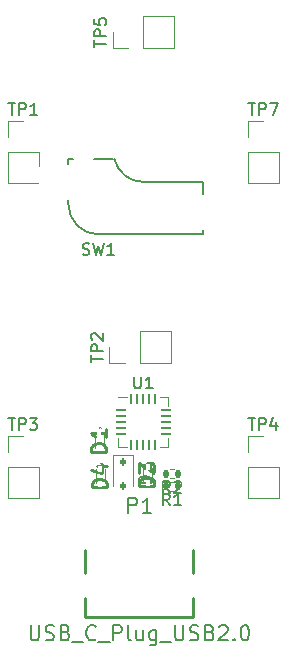
<source format=gbr>
%TF.GenerationSoftware,KiCad,Pcbnew,7.0.6*%
%TF.CreationDate,2023-08-06T17:13:19+10:00*%
%TF.ProjectId,single-key-keyboard,73696e67-6c65-42d6-9b65-792d6b657962,rev?*%
%TF.SameCoordinates,Original*%
%TF.FileFunction,Legend,Top*%
%TF.FilePolarity,Positive*%
%FSLAX46Y46*%
G04 Gerber Fmt 4.6, Leading zero omitted, Abs format (unit mm)*
G04 Created by KiCad (PCBNEW 7.0.6) date 2023-08-06 17:13:19*
%MOMM*%
%LPD*%
G01*
G04 APERTURE LIST*
G04 Aperture macros list*
%AMRoundRect*
0 Rectangle with rounded corners*
0 $1 Rounding radius*
0 $2 $3 $4 $5 $6 $7 $8 $9 X,Y pos of 4 corners*
0 Add a 4 corners polygon primitive as box body*
4,1,4,$2,$3,$4,$5,$6,$7,$8,$9,$2,$3,0*
0 Add four circle primitives for the rounded corners*
1,1,$1+$1,$2,$3*
1,1,$1+$1,$4,$5*
1,1,$1+$1,$6,$7*
1,1,$1+$1,$8,$9*
0 Add four rect primitives between the rounded corners*
20,1,$1+$1,$2,$3,$4,$5,0*
20,1,$1+$1,$4,$5,$6,$7,0*
20,1,$1+$1,$6,$7,$8,$9,0*
20,1,$1+$1,$8,$9,$2,$3,0*%
G04 Aperture macros list end*
%ADD10C,0.150000*%
%ADD11C,0.254000*%
%ADD12C,0.120000*%
%ADD13C,0.100000*%
%ADD14R,1.700000X1.700000*%
%ADD15O,1.700000X1.700000*%
%ADD16R,2.550000X2.500000*%
%ADD17C,3.000000*%
%ADD18C,2.286000*%
%ADD19C,3.987800*%
%ADD20C,1.701800*%
%ADD21C,0.700000*%
%ADD22O,1.200000X2.000000*%
%ADD23O,1.200000X1.800000*%
%ADD24R,0.300000X1.300000*%
%ADD25RoundRect,0.062500X-0.362500X-0.062500X0.362500X-0.062500X0.362500X0.062500X-0.362500X0.062500X0*%
%ADD26RoundRect,0.062500X-0.062500X-0.362500X0.062500X-0.362500X0.062500X0.362500X-0.062500X0.362500X0*%
%ADD27R,2.600000X2.600000*%
%ADD28RoundRect,0.135000X0.135000X0.185000X-0.135000X0.185000X-0.135000X-0.185000X0.135000X-0.185000X0*%
%ADD29R,0.400000X0.480000*%
%ADD30RoundRect,0.112500X-0.112500X0.187500X-0.112500X-0.187500X0.112500X-0.187500X0.112500X0.187500X0*%
G04 APERTURE END LIST*
D10*
X149868095Y-94914819D02*
X150439523Y-94914819D01*
X150153809Y-95914819D02*
X150153809Y-94914819D01*
X150772857Y-95914819D02*
X150772857Y-94914819D01*
X150772857Y-94914819D02*
X151153809Y-94914819D01*
X151153809Y-94914819D02*
X151249047Y-94962438D01*
X151249047Y-94962438D02*
X151296666Y-95010057D01*
X151296666Y-95010057D02*
X151344285Y-95105295D01*
X151344285Y-95105295D02*
X151344285Y-95248152D01*
X151344285Y-95248152D02*
X151296666Y-95343390D01*
X151296666Y-95343390D02*
X151249047Y-95391009D01*
X151249047Y-95391009D02*
X151153809Y-95438628D01*
X151153809Y-95438628D02*
X150772857Y-95438628D01*
X151677619Y-94914819D02*
X152344285Y-94914819D01*
X152344285Y-94914819D02*
X151915714Y-95914819D01*
X136824819Y-90161904D02*
X136824819Y-89590476D01*
X137824819Y-89876190D02*
X136824819Y-89876190D01*
X137824819Y-89257142D02*
X136824819Y-89257142D01*
X136824819Y-89257142D02*
X136824819Y-88876190D01*
X136824819Y-88876190D02*
X136872438Y-88780952D01*
X136872438Y-88780952D02*
X136920057Y-88733333D01*
X136920057Y-88733333D02*
X137015295Y-88685714D01*
X137015295Y-88685714D02*
X137158152Y-88685714D01*
X137158152Y-88685714D02*
X137253390Y-88733333D01*
X137253390Y-88733333D02*
X137301009Y-88780952D01*
X137301009Y-88780952D02*
X137348628Y-88876190D01*
X137348628Y-88876190D02*
X137348628Y-89257142D01*
X136824819Y-87780952D02*
X136824819Y-88257142D01*
X136824819Y-88257142D02*
X137301009Y-88304761D01*
X137301009Y-88304761D02*
X137253390Y-88257142D01*
X137253390Y-88257142D02*
X137205771Y-88161904D01*
X137205771Y-88161904D02*
X137205771Y-87923809D01*
X137205771Y-87923809D02*
X137253390Y-87828571D01*
X137253390Y-87828571D02*
X137301009Y-87780952D01*
X137301009Y-87780952D02*
X137396247Y-87733333D01*
X137396247Y-87733333D02*
X137634342Y-87733333D01*
X137634342Y-87733333D02*
X137729580Y-87780952D01*
X137729580Y-87780952D02*
X137777200Y-87828571D01*
X137777200Y-87828571D02*
X137824819Y-87923809D01*
X137824819Y-87923809D02*
X137824819Y-88161904D01*
X137824819Y-88161904D02*
X137777200Y-88257142D01*
X137777200Y-88257142D02*
X137729580Y-88304761D01*
X129548095Y-94914819D02*
X130119523Y-94914819D01*
X129833809Y-95914819D02*
X129833809Y-94914819D01*
X130452857Y-95914819D02*
X130452857Y-94914819D01*
X130452857Y-94914819D02*
X130833809Y-94914819D01*
X130833809Y-94914819D02*
X130929047Y-94962438D01*
X130929047Y-94962438D02*
X130976666Y-95010057D01*
X130976666Y-95010057D02*
X131024285Y-95105295D01*
X131024285Y-95105295D02*
X131024285Y-95248152D01*
X131024285Y-95248152D02*
X130976666Y-95343390D01*
X130976666Y-95343390D02*
X130929047Y-95391009D01*
X130929047Y-95391009D02*
X130833809Y-95438628D01*
X130833809Y-95438628D02*
X130452857Y-95438628D01*
X131976666Y-95914819D02*
X131405238Y-95914819D01*
X131690952Y-95914819D02*
X131690952Y-94914819D01*
X131690952Y-94914819D02*
X131595714Y-95057676D01*
X131595714Y-95057676D02*
X131500476Y-95152914D01*
X131500476Y-95152914D02*
X131405238Y-95200533D01*
X149868095Y-121584819D02*
X150439523Y-121584819D01*
X150153809Y-122584819D02*
X150153809Y-121584819D01*
X150772857Y-122584819D02*
X150772857Y-121584819D01*
X150772857Y-121584819D02*
X151153809Y-121584819D01*
X151153809Y-121584819D02*
X151249047Y-121632438D01*
X151249047Y-121632438D02*
X151296666Y-121680057D01*
X151296666Y-121680057D02*
X151344285Y-121775295D01*
X151344285Y-121775295D02*
X151344285Y-121918152D01*
X151344285Y-121918152D02*
X151296666Y-122013390D01*
X151296666Y-122013390D02*
X151249047Y-122061009D01*
X151249047Y-122061009D02*
X151153809Y-122108628D01*
X151153809Y-122108628D02*
X150772857Y-122108628D01*
X152201428Y-121918152D02*
X152201428Y-122584819D01*
X151963333Y-121537200D02*
X151725238Y-122251485D01*
X151725238Y-122251485D02*
X152344285Y-122251485D01*
X129548095Y-121584819D02*
X130119523Y-121584819D01*
X129833809Y-122584819D02*
X129833809Y-121584819D01*
X130452857Y-122584819D02*
X130452857Y-121584819D01*
X130452857Y-121584819D02*
X130833809Y-121584819D01*
X130833809Y-121584819D02*
X130929047Y-121632438D01*
X130929047Y-121632438D02*
X130976666Y-121680057D01*
X130976666Y-121680057D02*
X131024285Y-121775295D01*
X131024285Y-121775295D02*
X131024285Y-121918152D01*
X131024285Y-121918152D02*
X130976666Y-122013390D01*
X130976666Y-122013390D02*
X130929047Y-122061009D01*
X130929047Y-122061009D02*
X130833809Y-122108628D01*
X130833809Y-122108628D02*
X130452857Y-122108628D01*
X131357619Y-121584819D02*
X131976666Y-121584819D01*
X131976666Y-121584819D02*
X131643333Y-121965771D01*
X131643333Y-121965771D02*
X131786190Y-121965771D01*
X131786190Y-121965771D02*
X131881428Y-122013390D01*
X131881428Y-122013390D02*
X131929047Y-122061009D01*
X131929047Y-122061009D02*
X131976666Y-122156247D01*
X131976666Y-122156247D02*
X131976666Y-122394342D01*
X131976666Y-122394342D02*
X131929047Y-122489580D01*
X131929047Y-122489580D02*
X131881428Y-122537200D01*
X131881428Y-122537200D02*
X131786190Y-122584819D01*
X131786190Y-122584819D02*
X131500476Y-122584819D01*
X131500476Y-122584819D02*
X131405238Y-122537200D01*
X131405238Y-122537200D02*
X131357619Y-122489580D01*
X136564819Y-116831904D02*
X136564819Y-116260476D01*
X137564819Y-116546190D02*
X136564819Y-116546190D01*
X137564819Y-115927142D02*
X136564819Y-115927142D01*
X136564819Y-115927142D02*
X136564819Y-115546190D01*
X136564819Y-115546190D02*
X136612438Y-115450952D01*
X136612438Y-115450952D02*
X136660057Y-115403333D01*
X136660057Y-115403333D02*
X136755295Y-115355714D01*
X136755295Y-115355714D02*
X136898152Y-115355714D01*
X136898152Y-115355714D02*
X136993390Y-115403333D01*
X136993390Y-115403333D02*
X137041009Y-115450952D01*
X137041009Y-115450952D02*
X137088628Y-115546190D01*
X137088628Y-115546190D02*
X137088628Y-115927142D01*
X136660057Y-114974761D02*
X136612438Y-114927142D01*
X136612438Y-114927142D02*
X136564819Y-114831904D01*
X136564819Y-114831904D02*
X136564819Y-114593809D01*
X136564819Y-114593809D02*
X136612438Y-114498571D01*
X136612438Y-114498571D02*
X136660057Y-114450952D01*
X136660057Y-114450952D02*
X136755295Y-114403333D01*
X136755295Y-114403333D02*
X136850533Y-114403333D01*
X136850533Y-114403333D02*
X136993390Y-114450952D01*
X136993390Y-114450952D02*
X137564819Y-115022380D01*
X137564819Y-115022380D02*
X137564819Y-114403333D01*
X135846667Y-107722200D02*
X135989524Y-107769819D01*
X135989524Y-107769819D02*
X136227619Y-107769819D01*
X136227619Y-107769819D02*
X136322857Y-107722200D01*
X136322857Y-107722200D02*
X136370476Y-107674580D01*
X136370476Y-107674580D02*
X136418095Y-107579342D01*
X136418095Y-107579342D02*
X136418095Y-107484104D01*
X136418095Y-107484104D02*
X136370476Y-107388866D01*
X136370476Y-107388866D02*
X136322857Y-107341247D01*
X136322857Y-107341247D02*
X136227619Y-107293628D01*
X136227619Y-107293628D02*
X136037143Y-107246009D01*
X136037143Y-107246009D02*
X135941905Y-107198390D01*
X135941905Y-107198390D02*
X135894286Y-107150771D01*
X135894286Y-107150771D02*
X135846667Y-107055533D01*
X135846667Y-107055533D02*
X135846667Y-106960295D01*
X135846667Y-106960295D02*
X135894286Y-106865057D01*
X135894286Y-106865057D02*
X135941905Y-106817438D01*
X135941905Y-106817438D02*
X136037143Y-106769819D01*
X136037143Y-106769819D02*
X136275238Y-106769819D01*
X136275238Y-106769819D02*
X136418095Y-106817438D01*
X136751429Y-106769819D02*
X136989524Y-107769819D01*
X136989524Y-107769819D02*
X137180000Y-107055533D01*
X137180000Y-107055533D02*
X137370476Y-107769819D01*
X137370476Y-107769819D02*
X137608572Y-106769819D01*
X138513333Y-107769819D02*
X137941905Y-107769819D01*
X138227619Y-107769819D02*
X138227619Y-106769819D01*
X138227619Y-106769819D02*
X138132381Y-106912676D01*
X138132381Y-106912676D02*
X138037143Y-107007914D01*
X138037143Y-107007914D02*
X137941905Y-107055533D01*
X139712618Y-129594726D02*
X139712618Y-128324726D01*
X139712618Y-128324726D02*
X140196428Y-128324726D01*
X140196428Y-128324726D02*
X140317380Y-128385202D01*
X140317380Y-128385202D02*
X140377857Y-128445678D01*
X140377857Y-128445678D02*
X140438333Y-128566630D01*
X140438333Y-128566630D02*
X140438333Y-128748059D01*
X140438333Y-128748059D02*
X140377857Y-128869011D01*
X140377857Y-128869011D02*
X140317380Y-128929488D01*
X140317380Y-128929488D02*
X140196428Y-128989964D01*
X140196428Y-128989964D02*
X139712618Y-128989964D01*
X141647857Y-129594726D02*
X140922142Y-129594726D01*
X141284999Y-129594726D02*
X141284999Y-128324726D01*
X141284999Y-128324726D02*
X141164047Y-128506154D01*
X141164047Y-128506154D02*
X141043095Y-128627107D01*
X141043095Y-128627107D02*
X140922142Y-128687583D01*
X131427380Y-139136726D02*
X131427380Y-140164821D01*
X131427380Y-140164821D02*
X131487857Y-140285773D01*
X131487857Y-140285773D02*
X131548333Y-140346250D01*
X131548333Y-140346250D02*
X131669285Y-140406726D01*
X131669285Y-140406726D02*
X131911190Y-140406726D01*
X131911190Y-140406726D02*
X132032142Y-140346250D01*
X132032142Y-140346250D02*
X132092619Y-140285773D01*
X132092619Y-140285773D02*
X132153095Y-140164821D01*
X132153095Y-140164821D02*
X132153095Y-139136726D01*
X132697380Y-140346250D02*
X132878809Y-140406726D01*
X132878809Y-140406726D02*
X133181190Y-140406726D01*
X133181190Y-140406726D02*
X133302142Y-140346250D01*
X133302142Y-140346250D02*
X133362618Y-140285773D01*
X133362618Y-140285773D02*
X133423095Y-140164821D01*
X133423095Y-140164821D02*
X133423095Y-140043869D01*
X133423095Y-140043869D02*
X133362618Y-139922916D01*
X133362618Y-139922916D02*
X133302142Y-139862440D01*
X133302142Y-139862440D02*
X133181190Y-139801964D01*
X133181190Y-139801964D02*
X132939285Y-139741488D01*
X132939285Y-139741488D02*
X132818333Y-139681011D01*
X132818333Y-139681011D02*
X132757856Y-139620535D01*
X132757856Y-139620535D02*
X132697380Y-139499583D01*
X132697380Y-139499583D02*
X132697380Y-139378630D01*
X132697380Y-139378630D02*
X132757856Y-139257678D01*
X132757856Y-139257678D02*
X132818333Y-139197202D01*
X132818333Y-139197202D02*
X132939285Y-139136726D01*
X132939285Y-139136726D02*
X133241666Y-139136726D01*
X133241666Y-139136726D02*
X133423095Y-139197202D01*
X134390714Y-139741488D02*
X134572142Y-139801964D01*
X134572142Y-139801964D02*
X134632619Y-139862440D01*
X134632619Y-139862440D02*
X134693095Y-139983392D01*
X134693095Y-139983392D02*
X134693095Y-140164821D01*
X134693095Y-140164821D02*
X134632619Y-140285773D01*
X134632619Y-140285773D02*
X134572142Y-140346250D01*
X134572142Y-140346250D02*
X134451190Y-140406726D01*
X134451190Y-140406726D02*
X133967380Y-140406726D01*
X133967380Y-140406726D02*
X133967380Y-139136726D01*
X133967380Y-139136726D02*
X134390714Y-139136726D01*
X134390714Y-139136726D02*
X134511666Y-139197202D01*
X134511666Y-139197202D02*
X134572142Y-139257678D01*
X134572142Y-139257678D02*
X134632619Y-139378630D01*
X134632619Y-139378630D02*
X134632619Y-139499583D01*
X134632619Y-139499583D02*
X134572142Y-139620535D01*
X134572142Y-139620535D02*
X134511666Y-139681011D01*
X134511666Y-139681011D02*
X134390714Y-139741488D01*
X134390714Y-139741488D02*
X133967380Y-139741488D01*
X134935000Y-140527678D02*
X135902619Y-140527678D01*
X136930714Y-140285773D02*
X136870238Y-140346250D01*
X136870238Y-140346250D02*
X136688809Y-140406726D01*
X136688809Y-140406726D02*
X136567857Y-140406726D01*
X136567857Y-140406726D02*
X136386428Y-140346250D01*
X136386428Y-140346250D02*
X136265476Y-140225297D01*
X136265476Y-140225297D02*
X136204999Y-140104345D01*
X136204999Y-140104345D02*
X136144523Y-139862440D01*
X136144523Y-139862440D02*
X136144523Y-139681011D01*
X136144523Y-139681011D02*
X136204999Y-139439107D01*
X136204999Y-139439107D02*
X136265476Y-139318154D01*
X136265476Y-139318154D02*
X136386428Y-139197202D01*
X136386428Y-139197202D02*
X136567857Y-139136726D01*
X136567857Y-139136726D02*
X136688809Y-139136726D01*
X136688809Y-139136726D02*
X136870238Y-139197202D01*
X136870238Y-139197202D02*
X136930714Y-139257678D01*
X137172619Y-140527678D02*
X138140238Y-140527678D01*
X138442618Y-140406726D02*
X138442618Y-139136726D01*
X138442618Y-139136726D02*
X138926428Y-139136726D01*
X138926428Y-139136726D02*
X139047380Y-139197202D01*
X139047380Y-139197202D02*
X139107857Y-139257678D01*
X139107857Y-139257678D02*
X139168333Y-139378630D01*
X139168333Y-139378630D02*
X139168333Y-139560059D01*
X139168333Y-139560059D02*
X139107857Y-139681011D01*
X139107857Y-139681011D02*
X139047380Y-139741488D01*
X139047380Y-139741488D02*
X138926428Y-139801964D01*
X138926428Y-139801964D02*
X138442618Y-139801964D01*
X139894047Y-140406726D02*
X139773095Y-140346250D01*
X139773095Y-140346250D02*
X139712618Y-140225297D01*
X139712618Y-140225297D02*
X139712618Y-139136726D01*
X140922142Y-139560059D02*
X140922142Y-140406726D01*
X140377856Y-139560059D02*
X140377856Y-140225297D01*
X140377856Y-140225297D02*
X140438333Y-140346250D01*
X140438333Y-140346250D02*
X140559285Y-140406726D01*
X140559285Y-140406726D02*
X140740714Y-140406726D01*
X140740714Y-140406726D02*
X140861666Y-140346250D01*
X140861666Y-140346250D02*
X140922142Y-140285773D01*
X142071190Y-139560059D02*
X142071190Y-140588154D01*
X142071190Y-140588154D02*
X142010714Y-140709107D01*
X142010714Y-140709107D02*
X141950238Y-140769583D01*
X141950238Y-140769583D02*
X141829285Y-140830059D01*
X141829285Y-140830059D02*
X141647857Y-140830059D01*
X141647857Y-140830059D02*
X141526904Y-140769583D01*
X142071190Y-140346250D02*
X141950238Y-140406726D01*
X141950238Y-140406726D02*
X141708333Y-140406726D01*
X141708333Y-140406726D02*
X141587381Y-140346250D01*
X141587381Y-140346250D02*
X141526904Y-140285773D01*
X141526904Y-140285773D02*
X141466428Y-140164821D01*
X141466428Y-140164821D02*
X141466428Y-139801964D01*
X141466428Y-139801964D02*
X141526904Y-139681011D01*
X141526904Y-139681011D02*
X141587381Y-139620535D01*
X141587381Y-139620535D02*
X141708333Y-139560059D01*
X141708333Y-139560059D02*
X141950238Y-139560059D01*
X141950238Y-139560059D02*
X142071190Y-139620535D01*
X142373572Y-140527678D02*
X143341191Y-140527678D01*
X143643571Y-139136726D02*
X143643571Y-140164821D01*
X143643571Y-140164821D02*
X143704048Y-140285773D01*
X143704048Y-140285773D02*
X143764524Y-140346250D01*
X143764524Y-140346250D02*
X143885476Y-140406726D01*
X143885476Y-140406726D02*
X144127381Y-140406726D01*
X144127381Y-140406726D02*
X144248333Y-140346250D01*
X144248333Y-140346250D02*
X144308810Y-140285773D01*
X144308810Y-140285773D02*
X144369286Y-140164821D01*
X144369286Y-140164821D02*
X144369286Y-139136726D01*
X144913571Y-140346250D02*
X145095000Y-140406726D01*
X145095000Y-140406726D02*
X145397381Y-140406726D01*
X145397381Y-140406726D02*
X145518333Y-140346250D01*
X145518333Y-140346250D02*
X145578809Y-140285773D01*
X145578809Y-140285773D02*
X145639286Y-140164821D01*
X145639286Y-140164821D02*
X145639286Y-140043869D01*
X145639286Y-140043869D02*
X145578809Y-139922916D01*
X145578809Y-139922916D02*
X145518333Y-139862440D01*
X145518333Y-139862440D02*
X145397381Y-139801964D01*
X145397381Y-139801964D02*
X145155476Y-139741488D01*
X145155476Y-139741488D02*
X145034524Y-139681011D01*
X145034524Y-139681011D02*
X144974047Y-139620535D01*
X144974047Y-139620535D02*
X144913571Y-139499583D01*
X144913571Y-139499583D02*
X144913571Y-139378630D01*
X144913571Y-139378630D02*
X144974047Y-139257678D01*
X144974047Y-139257678D02*
X145034524Y-139197202D01*
X145034524Y-139197202D02*
X145155476Y-139136726D01*
X145155476Y-139136726D02*
X145457857Y-139136726D01*
X145457857Y-139136726D02*
X145639286Y-139197202D01*
X146606905Y-139741488D02*
X146788333Y-139801964D01*
X146788333Y-139801964D02*
X146848810Y-139862440D01*
X146848810Y-139862440D02*
X146909286Y-139983392D01*
X146909286Y-139983392D02*
X146909286Y-140164821D01*
X146909286Y-140164821D02*
X146848810Y-140285773D01*
X146848810Y-140285773D02*
X146788333Y-140346250D01*
X146788333Y-140346250D02*
X146667381Y-140406726D01*
X146667381Y-140406726D02*
X146183571Y-140406726D01*
X146183571Y-140406726D02*
X146183571Y-139136726D01*
X146183571Y-139136726D02*
X146606905Y-139136726D01*
X146606905Y-139136726D02*
X146727857Y-139197202D01*
X146727857Y-139197202D02*
X146788333Y-139257678D01*
X146788333Y-139257678D02*
X146848810Y-139378630D01*
X146848810Y-139378630D02*
X146848810Y-139499583D01*
X146848810Y-139499583D02*
X146788333Y-139620535D01*
X146788333Y-139620535D02*
X146727857Y-139681011D01*
X146727857Y-139681011D02*
X146606905Y-139741488D01*
X146606905Y-139741488D02*
X146183571Y-139741488D01*
X147393095Y-139257678D02*
X147453571Y-139197202D01*
X147453571Y-139197202D02*
X147574524Y-139136726D01*
X147574524Y-139136726D02*
X147876905Y-139136726D01*
X147876905Y-139136726D02*
X147997857Y-139197202D01*
X147997857Y-139197202D02*
X148058333Y-139257678D01*
X148058333Y-139257678D02*
X148118810Y-139378630D01*
X148118810Y-139378630D02*
X148118810Y-139499583D01*
X148118810Y-139499583D02*
X148058333Y-139681011D01*
X148058333Y-139681011D02*
X147332619Y-140406726D01*
X147332619Y-140406726D02*
X148118810Y-140406726D01*
X148663095Y-140285773D02*
X148723572Y-140346250D01*
X148723572Y-140346250D02*
X148663095Y-140406726D01*
X148663095Y-140406726D02*
X148602619Y-140346250D01*
X148602619Y-140346250D02*
X148663095Y-140285773D01*
X148663095Y-140285773D02*
X148663095Y-140406726D01*
X149509762Y-139136726D02*
X149630715Y-139136726D01*
X149630715Y-139136726D02*
X149751667Y-139197202D01*
X149751667Y-139197202D02*
X149812143Y-139257678D01*
X149812143Y-139257678D02*
X149872619Y-139378630D01*
X149872619Y-139378630D02*
X149933096Y-139620535D01*
X149933096Y-139620535D02*
X149933096Y-139922916D01*
X149933096Y-139922916D02*
X149872619Y-140164821D01*
X149872619Y-140164821D02*
X149812143Y-140285773D01*
X149812143Y-140285773D02*
X149751667Y-140346250D01*
X149751667Y-140346250D02*
X149630715Y-140406726D01*
X149630715Y-140406726D02*
X149509762Y-140406726D01*
X149509762Y-140406726D02*
X149388810Y-140346250D01*
X149388810Y-140346250D02*
X149328334Y-140285773D01*
X149328334Y-140285773D02*
X149267857Y-140164821D01*
X149267857Y-140164821D02*
X149207381Y-139922916D01*
X149207381Y-139922916D02*
X149207381Y-139620535D01*
X149207381Y-139620535D02*
X149267857Y-139378630D01*
X149267857Y-139378630D02*
X149328334Y-139257678D01*
X149328334Y-139257678D02*
X149388810Y-139197202D01*
X149388810Y-139197202D02*
X149509762Y-139136726D01*
X140208095Y-118074819D02*
X140208095Y-118884342D01*
X140208095Y-118884342D02*
X140255714Y-118979580D01*
X140255714Y-118979580D02*
X140303333Y-119027200D01*
X140303333Y-119027200D02*
X140398571Y-119074819D01*
X140398571Y-119074819D02*
X140589047Y-119074819D01*
X140589047Y-119074819D02*
X140684285Y-119027200D01*
X140684285Y-119027200D02*
X140731904Y-118979580D01*
X140731904Y-118979580D02*
X140779523Y-118884342D01*
X140779523Y-118884342D02*
X140779523Y-118074819D01*
X141779523Y-119074819D02*
X141208095Y-119074819D01*
X141493809Y-119074819D02*
X141493809Y-118074819D01*
X141493809Y-118074819D02*
X141398571Y-118217676D01*
X141398571Y-118217676D02*
X141303333Y-118312914D01*
X141303333Y-118312914D02*
X141208095Y-118360533D01*
X143233333Y-127924819D02*
X142900000Y-127448628D01*
X142661905Y-127924819D02*
X142661905Y-126924819D01*
X142661905Y-126924819D02*
X143042857Y-126924819D01*
X143042857Y-126924819D02*
X143138095Y-126972438D01*
X143138095Y-126972438D02*
X143185714Y-127020057D01*
X143185714Y-127020057D02*
X143233333Y-127115295D01*
X143233333Y-127115295D02*
X143233333Y-127258152D01*
X143233333Y-127258152D02*
X143185714Y-127353390D01*
X143185714Y-127353390D02*
X143138095Y-127401009D01*
X143138095Y-127401009D02*
X143042857Y-127448628D01*
X143042857Y-127448628D02*
X142661905Y-127448628D01*
X143614286Y-127020057D02*
X143661905Y-126972438D01*
X143661905Y-126972438D02*
X143757143Y-126924819D01*
X143757143Y-126924819D02*
X143995238Y-126924819D01*
X143995238Y-126924819D02*
X144090476Y-126972438D01*
X144090476Y-126972438D02*
X144138095Y-127020057D01*
X144138095Y-127020057D02*
X144185714Y-127115295D01*
X144185714Y-127115295D02*
X144185714Y-127210533D01*
X144185714Y-127210533D02*
X144138095Y-127353390D01*
X144138095Y-127353390D02*
X143566667Y-127924819D01*
X143566667Y-127924819D02*
X144185714Y-127924819D01*
X143213333Y-128974819D02*
X142880000Y-128498628D01*
X142641905Y-128974819D02*
X142641905Y-127974819D01*
X142641905Y-127974819D02*
X143022857Y-127974819D01*
X143022857Y-127974819D02*
X143118095Y-128022438D01*
X143118095Y-128022438D02*
X143165714Y-128070057D01*
X143165714Y-128070057D02*
X143213333Y-128165295D01*
X143213333Y-128165295D02*
X143213333Y-128308152D01*
X143213333Y-128308152D02*
X143165714Y-128403390D01*
X143165714Y-128403390D02*
X143118095Y-128451009D01*
X143118095Y-128451009D02*
X143022857Y-128498628D01*
X143022857Y-128498628D02*
X142641905Y-128498628D01*
X144165714Y-128974819D02*
X143594286Y-128974819D01*
X143880000Y-128974819D02*
X143880000Y-127974819D01*
X143880000Y-127974819D02*
X143784762Y-128117676D01*
X143784762Y-128117676D02*
X143689524Y-128212914D01*
X143689524Y-128212914D02*
X143594286Y-128260533D01*
D11*
X137904318Y-127457381D02*
X136634318Y-127457381D01*
X136634318Y-127457381D02*
X136634318Y-127155000D01*
X136634318Y-127155000D02*
X136694794Y-126973571D01*
X136694794Y-126973571D02*
X136815746Y-126852619D01*
X136815746Y-126852619D02*
X136936699Y-126792142D01*
X136936699Y-126792142D02*
X137178603Y-126731666D01*
X137178603Y-126731666D02*
X137360032Y-126731666D01*
X137360032Y-126731666D02*
X137601937Y-126792142D01*
X137601937Y-126792142D02*
X137722889Y-126852619D01*
X137722889Y-126852619D02*
X137843842Y-126973571D01*
X137843842Y-126973571D02*
X137904318Y-127155000D01*
X137904318Y-127155000D02*
X137904318Y-127457381D01*
X137057651Y-125643095D02*
X137904318Y-125643095D01*
X136573842Y-125945476D02*
X137480984Y-126247857D01*
X137480984Y-126247857D02*
X137480984Y-125461666D01*
X141914318Y-127357381D02*
X140644318Y-127357381D01*
X140644318Y-127357381D02*
X140644318Y-127055000D01*
X140644318Y-127055000D02*
X140704794Y-126873571D01*
X140704794Y-126873571D02*
X140825746Y-126752619D01*
X140825746Y-126752619D02*
X140946699Y-126692142D01*
X140946699Y-126692142D02*
X141188603Y-126631666D01*
X141188603Y-126631666D02*
X141370032Y-126631666D01*
X141370032Y-126631666D02*
X141611937Y-126692142D01*
X141611937Y-126692142D02*
X141732889Y-126752619D01*
X141732889Y-126752619D02*
X141853842Y-126873571D01*
X141853842Y-126873571D02*
X141914318Y-127055000D01*
X141914318Y-127055000D02*
X141914318Y-127357381D01*
X140644318Y-126208333D02*
X140644318Y-125422142D01*
X140644318Y-125422142D02*
X141128127Y-125845476D01*
X141128127Y-125845476D02*
X141128127Y-125664047D01*
X141128127Y-125664047D02*
X141188603Y-125543095D01*
X141188603Y-125543095D02*
X141249080Y-125482619D01*
X141249080Y-125482619D02*
X141370032Y-125422142D01*
X141370032Y-125422142D02*
X141672413Y-125422142D01*
X141672413Y-125422142D02*
X141793365Y-125482619D01*
X141793365Y-125482619D02*
X141853842Y-125543095D01*
X141853842Y-125543095D02*
X141914318Y-125664047D01*
X141914318Y-125664047D02*
X141914318Y-126026904D01*
X141914318Y-126026904D02*
X141853842Y-126147857D01*
X141853842Y-126147857D02*
X141793365Y-126208333D01*
D10*
X141594819Y-127068094D02*
X140594819Y-127068094D01*
X140594819Y-127068094D02*
X140594819Y-126829999D01*
X140594819Y-126829999D02*
X140642438Y-126687142D01*
X140642438Y-126687142D02*
X140737676Y-126591904D01*
X140737676Y-126591904D02*
X140832914Y-126544285D01*
X140832914Y-126544285D02*
X141023390Y-126496666D01*
X141023390Y-126496666D02*
X141166247Y-126496666D01*
X141166247Y-126496666D02*
X141356723Y-126544285D01*
X141356723Y-126544285D02*
X141451961Y-126591904D01*
X141451961Y-126591904D02*
X141547200Y-126687142D01*
X141547200Y-126687142D02*
X141594819Y-126829999D01*
X141594819Y-126829999D02*
X141594819Y-127068094D01*
X140690057Y-126115713D02*
X140642438Y-126068094D01*
X140642438Y-126068094D02*
X140594819Y-125972856D01*
X140594819Y-125972856D02*
X140594819Y-125734761D01*
X140594819Y-125734761D02*
X140642438Y-125639523D01*
X140642438Y-125639523D02*
X140690057Y-125591904D01*
X140690057Y-125591904D02*
X140785295Y-125544285D01*
X140785295Y-125544285D02*
X140880533Y-125544285D01*
X140880533Y-125544285D02*
X141023390Y-125591904D01*
X141023390Y-125591904D02*
X141594819Y-126163332D01*
X141594819Y-126163332D02*
X141594819Y-125544285D01*
D11*
X137834318Y-124437381D02*
X136564318Y-124437381D01*
X136564318Y-124437381D02*
X136564318Y-124135000D01*
X136564318Y-124135000D02*
X136624794Y-123953571D01*
X136624794Y-123953571D02*
X136745746Y-123832619D01*
X136745746Y-123832619D02*
X136866699Y-123772142D01*
X136866699Y-123772142D02*
X137108603Y-123711666D01*
X137108603Y-123711666D02*
X137290032Y-123711666D01*
X137290032Y-123711666D02*
X137531937Y-123772142D01*
X137531937Y-123772142D02*
X137652889Y-123832619D01*
X137652889Y-123832619D02*
X137773842Y-123953571D01*
X137773842Y-123953571D02*
X137834318Y-124135000D01*
X137834318Y-124135000D02*
X137834318Y-124437381D01*
X137834318Y-122502142D02*
X137834318Y-123227857D01*
X137834318Y-122865000D02*
X136564318Y-122865000D01*
X136564318Y-122865000D02*
X136745746Y-122985952D01*
X136745746Y-122985952D02*
X136866699Y-123106904D01*
X136866699Y-123106904D02*
X136927175Y-123227857D01*
D12*
%TO.C,TP7*%
X149800000Y-97790000D02*
X149800000Y-96460000D01*
X149800000Y-101660000D02*
X152460000Y-101660000D01*
X149800000Y-99060000D02*
X149800000Y-101660000D01*
X149800000Y-99060000D02*
X152460000Y-99060000D01*
X149800000Y-96460000D02*
X151130000Y-96460000D01*
X152460000Y-99060000D02*
X152460000Y-101660000D01*
%TO.C,TP5*%
X139700000Y-90230000D02*
X138370000Y-90230000D01*
X143570000Y-90230000D02*
X143570000Y-87570000D01*
X140970000Y-90230000D02*
X143570000Y-90230000D01*
X140970000Y-90230000D02*
X140970000Y-87570000D01*
X138370000Y-90230000D02*
X138370000Y-88900000D01*
X140970000Y-87570000D02*
X143570000Y-87570000D01*
%TO.C,TP1*%
X129480000Y-97790000D02*
X129480000Y-96460000D01*
X129480000Y-101660000D02*
X132140000Y-101660000D01*
X129480000Y-99060000D02*
X129480000Y-101660000D01*
X129480000Y-99060000D02*
X132140000Y-99060000D01*
X129480000Y-96460000D02*
X130810000Y-96460000D01*
X132140000Y-99060000D02*
X132140000Y-101660000D01*
%TO.C,TP4*%
X149800000Y-124460000D02*
X149800000Y-123130000D01*
X149800000Y-128330000D02*
X152460000Y-128330000D01*
X149800000Y-125730000D02*
X149800000Y-128330000D01*
X149800000Y-125730000D02*
X152460000Y-125730000D01*
X149800000Y-123130000D02*
X151130000Y-123130000D01*
X152460000Y-125730000D02*
X152460000Y-128330000D01*
%TO.C,TP3*%
X129480000Y-124460000D02*
X129480000Y-123130000D01*
X129480000Y-128330000D02*
X132140000Y-128330000D01*
X129480000Y-125730000D02*
X129480000Y-128330000D01*
X129480000Y-125730000D02*
X132140000Y-125730000D01*
X129480000Y-123130000D02*
X130810000Y-123130000D01*
X132140000Y-125730000D02*
X132140000Y-128330000D01*
%TO.C,TP2*%
X139440000Y-116900000D02*
X138110000Y-116900000D01*
X143310000Y-116900000D02*
X143310000Y-114240000D01*
X140710000Y-116900000D02*
X143310000Y-116900000D01*
X140710000Y-116900000D02*
X140710000Y-114240000D01*
X138110000Y-116900000D02*
X138110000Y-115570000D01*
X140710000Y-114240000D02*
X143310000Y-114240000D01*
D10*
%TO.C,SW1*%
X134640000Y-103505000D02*
G75*
G03*
X137180000Y-106045000I2540000J0D01*
G01*
X138525838Y-99676040D02*
G75*
G03*
X140990000Y-101600000I2464162J616040D01*
G01*
X134640000Y-103505000D02*
X134640000Y-103124000D01*
X134640000Y-100076000D02*
X134640000Y-99695000D01*
X134640000Y-99695000D02*
X135021000Y-99695000D01*
X136799000Y-99695000D02*
X138450000Y-99695000D01*
X140990000Y-101600000D02*
X146070000Y-101600000D01*
X146070000Y-101600000D02*
X146070000Y-102616000D01*
X146070000Y-105664000D02*
X146070000Y-106045000D01*
X146070000Y-106045000D02*
X137180000Y-106045000D01*
D11*
%TO.C,P1*%
X136078000Y-138430000D02*
X145222000Y-138430000D01*
X136078000Y-136857000D02*
X136078000Y-138430000D01*
X145222000Y-134673000D02*
X145222000Y-132777000D01*
X145222000Y-138430000D02*
X145222000Y-136857000D01*
X136078000Y-132777000D02*
X136078000Y-134673000D01*
D12*
%TO.C,U1*%
X143080000Y-119810000D02*
X143080000Y-120535000D01*
X139585000Y-119810000D02*
X138860000Y-119810000D01*
X138860000Y-124030000D02*
X138860000Y-123305000D01*
X142355000Y-124030000D02*
X143080000Y-124030000D01*
X142355000Y-119810000D02*
X143080000Y-119810000D01*
X143080000Y-124030000D02*
X143080000Y-123305000D01*
X139585000Y-124030000D02*
X138860000Y-124030000D01*
%TO.C,R2*%
X143553641Y-126680000D02*
X143246359Y-126680000D01*
X143553641Y-125920000D02*
X143246359Y-125920000D01*
%TO.C,R1*%
X143533641Y-127730000D02*
X143226359Y-127730000D01*
X143533641Y-126970000D02*
X143226359Y-126970000D01*
D13*
%TO.C,D4*%
X137730000Y-125920000D02*
X137730000Y-127120000D01*
X136930000Y-125920000D02*
X136930000Y-127120000D01*
X137430000Y-125420000D02*
X137430000Y-125420000D01*
X137330000Y-125420000D02*
X137330000Y-125420000D01*
X137430000Y-125420000D02*
G75*
G03*
X137330000Y-125420000I-50000J0D01*
G01*
X137330000Y-125420000D02*
G75*
G03*
X137430000Y-125420000I50000J0D01*
G01*
%TO.C,D3*%
X141740000Y-125820000D02*
X141740000Y-127020000D01*
X140940000Y-125820000D02*
X140940000Y-127020000D01*
X141440000Y-125320000D02*
X141440000Y-125320000D01*
X141340000Y-125320000D02*
X141340000Y-125320000D01*
X141440000Y-125320000D02*
G75*
G03*
X141340000Y-125320000I-50000J0D01*
G01*
X141340000Y-125320000D02*
G75*
G03*
X141440000Y-125320000I50000J0D01*
G01*
D12*
%TO.C,D2*%
X140140000Y-124720000D02*
X138440000Y-124720000D01*
X138440000Y-124720000D02*
X138440000Y-127380000D01*
X140140000Y-124720000D02*
X140140000Y-127380000D01*
D13*
%TO.C,D1*%
X137660000Y-122900000D02*
X137660000Y-124100000D01*
X136860000Y-122900000D02*
X136860000Y-124100000D01*
X137360000Y-122400000D02*
X137360000Y-122400000D01*
X137260000Y-122400000D02*
X137260000Y-122400000D01*
X137360000Y-122400000D02*
G75*
G03*
X137260000Y-122400000I-50000J0D01*
G01*
X137260000Y-122400000D02*
G75*
G03*
X137360000Y-122400000I50000J0D01*
G01*
%TD*%
%LPC*%
D14*
%TO.C,TP7*%
X151130000Y-97790000D03*
D15*
X151130000Y-100330000D03*
%TD*%
D14*
%TO.C,TP5*%
X139700000Y-88900000D03*
D15*
X142240000Y-88900000D03*
%TD*%
D14*
%TO.C,TP1*%
X130810000Y-97790000D03*
D15*
X130810000Y-100330000D03*
%TD*%
D14*
%TO.C,TP4*%
X151130000Y-124460000D03*
D15*
X151130000Y-127000000D03*
%TD*%
D14*
%TO.C,TP3*%
X130810000Y-124460000D03*
D15*
X130810000Y-127000000D03*
%TD*%
D14*
%TO.C,TP2*%
X139440000Y-115570000D03*
D15*
X141980000Y-115570000D03*
%TD*%
D16*
%TO.C,SW1*%
X147280000Y-104140000D03*
D17*
X143530000Y-104140000D03*
X137180000Y-101600000D03*
D18*
X138450000Y-93980000D03*
D19*
X140990000Y-99060000D03*
D18*
X144800000Y-96520000D03*
D20*
X135910000Y-99060000D03*
X146070000Y-99060000D03*
D16*
X133430000Y-101600000D03*
%TD*%
D21*
%TO.C,P1*%
X143540000Y-132115000D03*
X137760000Y-132115000D03*
D22*
X136330000Y-131585000D03*
X144970000Y-131585000D03*
D23*
X136330000Y-135765000D03*
X144970000Y-135765000D03*
D24*
X137300000Y-130935000D03*
X138100000Y-130935000D03*
X139400000Y-130935000D03*
X140400000Y-130935000D03*
X140900000Y-130935000D03*
X141900000Y-130935000D03*
X143200000Y-130935000D03*
X144000000Y-130935000D03*
X143700000Y-130935000D03*
X142900000Y-130935000D03*
X142400000Y-130935000D03*
X141400000Y-130935000D03*
X139900000Y-130935000D03*
X138900000Y-130935000D03*
X138400000Y-130935000D03*
X137600000Y-130935000D03*
%TD*%
D25*
%TO.C,U1*%
X139045000Y-120920000D03*
X139045000Y-121420000D03*
X139045000Y-121920000D03*
X139045000Y-122420000D03*
X139045000Y-122920000D03*
D26*
X139970000Y-123845000D03*
X140470000Y-123845000D03*
X140970000Y-123845000D03*
X141470000Y-123845000D03*
X141970000Y-123845000D03*
D25*
X142895000Y-122920000D03*
X142895000Y-122420000D03*
X142895000Y-121920000D03*
X142895000Y-121420000D03*
X142895000Y-120920000D03*
D26*
X141970000Y-119995000D03*
X141470000Y-119995000D03*
X140970000Y-119995000D03*
X140470000Y-119995000D03*
X139970000Y-119995000D03*
D27*
X140970000Y-121920000D03*
%TD*%
D28*
%TO.C,R2*%
X143910000Y-126300000D03*
X142890000Y-126300000D03*
%TD*%
%TO.C,R1*%
X143890000Y-127350000D03*
X142870000Y-127350000D03*
%TD*%
D29*
%TO.C,D4*%
X137330000Y-125860000D03*
X137330000Y-127180000D03*
%TD*%
%TO.C,D3*%
X141340000Y-125760000D03*
X141340000Y-127080000D03*
%TD*%
D30*
%TO.C,D2*%
X139290000Y-125280000D03*
X139290000Y-127380000D03*
%TD*%
D29*
%TO.C,D1*%
X137260000Y-122840000D03*
X137260000Y-124160000D03*
%TD*%
%LPD*%
M02*

</source>
